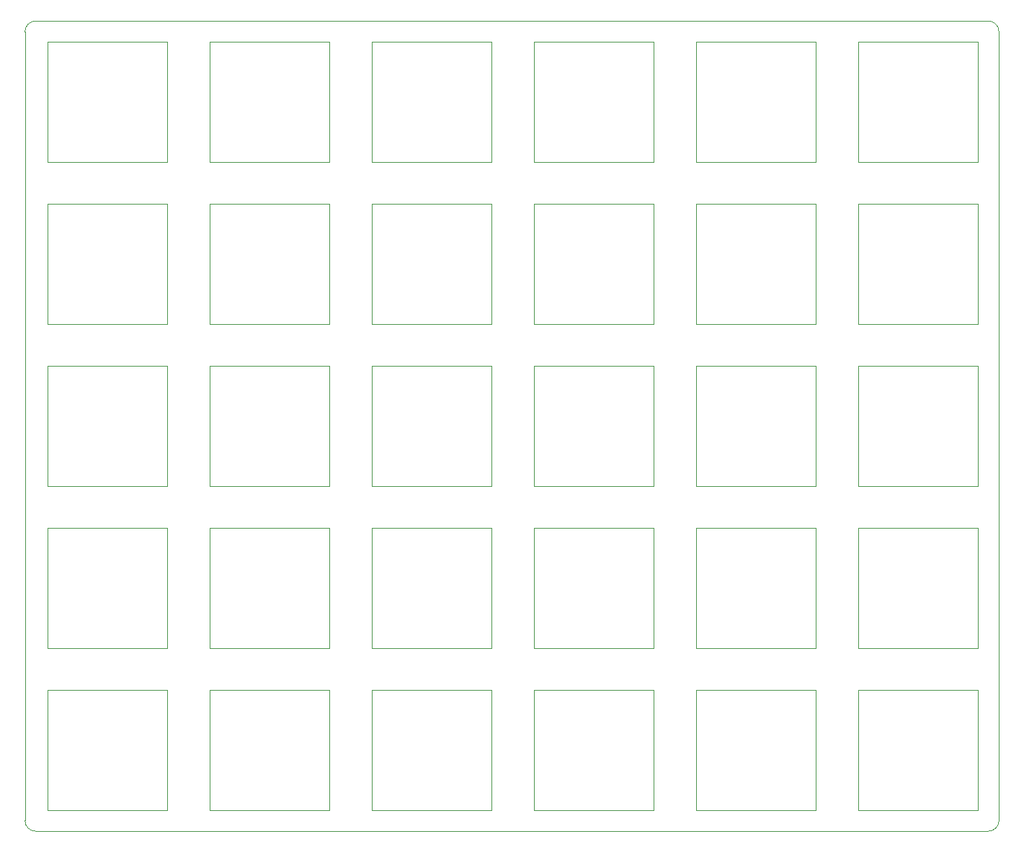
<source format=gbr>
%TF.GenerationSoftware,KiCad,Pcbnew,7.0.5*%
%TF.CreationDate,2024-09-25T00:21:03+08:00*%
%TF.ProjectId,TPS,5450532e-6b69-4636-9164-5f7063625858,rev?*%
%TF.SameCoordinates,Original*%
%TF.FileFunction,Profile,NP*%
%FSLAX46Y46*%
G04 Gerber Fmt 4.6, Leading zero omitted, Abs format (unit mm)*
G04 Created by KiCad (PCBNEW 7.0.5) date 2024-09-25 00:21:03*
%MOMM*%
%LPD*%
G01*
G04 APERTURE LIST*
%TA.AperFunction,Profile*%
%ADD10C,0.120000*%
%TD*%
G04 APERTURE END LIST*
D10*
X109650000Y-107675000D02*
X123750000Y-107675000D01*
X123750000Y-121775000D01*
X109650000Y-121775000D01*
X109650000Y-107675000D01*
X166800000Y-107675000D02*
X180900000Y-107675000D01*
X180900000Y-121775000D01*
X166800000Y-121775000D01*
X166800000Y-107675000D01*
X90600000Y-107675000D02*
X104700000Y-107675000D01*
X104700000Y-121775000D01*
X90600000Y-121775000D01*
X90600000Y-107675000D01*
X147750000Y-107675000D02*
X161850000Y-107675000D01*
X161850000Y-121775000D01*
X147750000Y-121775000D01*
X147750000Y-107675000D01*
X128700000Y-107675000D02*
X142800000Y-107675000D01*
X142800000Y-121775000D01*
X128700000Y-121775000D01*
X128700000Y-107675000D01*
X185850000Y-107675000D02*
X199950000Y-107675000D01*
X199950000Y-121775000D01*
X185850000Y-121775000D01*
X185850000Y-107675000D01*
X147750000Y-69575000D02*
X161850000Y-69575000D01*
X161850000Y-83675000D01*
X147750000Y-83675000D01*
X147750000Y-69575000D01*
X128700000Y-50525000D02*
X142800000Y-50525000D01*
X142800000Y-64625000D01*
X128700000Y-64625000D01*
X128700000Y-50525000D01*
X147750000Y-88625000D02*
X161850000Y-88625000D01*
X161850000Y-102725000D01*
X147750000Y-102725000D01*
X147750000Y-88625000D01*
X166800000Y-69575000D02*
X180900000Y-69575000D01*
X180900000Y-83675000D01*
X166800000Y-83675000D01*
X166800000Y-69575000D01*
X166800000Y-50525000D02*
X180900000Y-50525000D01*
X180900000Y-64625000D01*
X166800000Y-64625000D01*
X166800000Y-50525000D01*
X90600000Y-88625000D02*
X104700000Y-88625000D01*
X104700000Y-102725000D01*
X90600000Y-102725000D01*
X90600000Y-88625000D01*
X185850000Y-88625000D02*
X199950000Y-88625000D01*
X199950000Y-102725000D01*
X185850000Y-102725000D01*
X185850000Y-88625000D01*
X185850000Y-31475000D02*
X199950000Y-31475000D01*
X199950000Y-45575000D01*
X185850000Y-45575000D01*
X185850000Y-31475000D01*
X128700000Y-31475000D02*
X142800000Y-31475000D01*
X142800000Y-45575000D01*
X128700000Y-45575000D01*
X128700000Y-31475000D01*
X128700000Y-88625000D02*
X142800000Y-88625000D01*
X142800000Y-102725000D01*
X128700000Y-102725000D01*
X128700000Y-88625000D01*
X147750000Y-31475000D02*
X161850000Y-31475000D01*
X161850000Y-45575000D01*
X147750000Y-45575000D01*
X147750000Y-31475000D01*
X166800000Y-31475000D02*
X180900000Y-31475000D01*
X180900000Y-45575000D01*
X166800000Y-45575000D01*
X166800000Y-31475000D01*
X109650000Y-31475000D02*
X123750000Y-31475000D01*
X123750000Y-45575000D01*
X109650000Y-45575000D01*
X109650000Y-31475000D01*
X90600000Y-69575000D02*
X104700000Y-69575000D01*
X104700000Y-83675000D01*
X90600000Y-83675000D01*
X90600000Y-69575000D01*
X201155000Y-29000000D02*
X89245000Y-29000000D01*
X87975000Y-122980000D02*
G75*
G03*
X89245000Y-124250000I1270000J0D01*
G01*
X147750000Y-50525000D02*
X161850000Y-50525000D01*
X161850000Y-64625000D01*
X147750000Y-64625000D01*
X147750000Y-50525000D01*
X185850000Y-50525000D02*
X199950000Y-50525000D01*
X199950000Y-64625000D01*
X185850000Y-64625000D01*
X185850000Y-50525000D01*
X128700000Y-69575000D02*
X142800000Y-69575000D01*
X142800000Y-83675000D01*
X128700000Y-83675000D01*
X128700000Y-69575000D01*
X90600000Y-31475000D02*
X104700000Y-31475000D01*
X104700000Y-45575000D01*
X90600000Y-45575000D01*
X90600000Y-31475000D01*
X89245000Y-29000000D02*
G75*
G03*
X87975000Y-30270000I0J-1270000D01*
G01*
X202425000Y-122980000D02*
X202425000Y-30270000D01*
X201155000Y-124250000D02*
X89245000Y-124250000D01*
X87975000Y-30270000D02*
X87975000Y-122980000D01*
X201155000Y-124250000D02*
G75*
G03*
X202425000Y-122980000I0J1270000D01*
G01*
X109650000Y-50525000D02*
X123750000Y-50525000D01*
X123750000Y-64625000D01*
X109650000Y-64625000D01*
X109650000Y-50525000D01*
X166800000Y-88625000D02*
X180900000Y-88625000D01*
X180900000Y-102725000D01*
X166800000Y-102725000D01*
X166800000Y-88625000D01*
X202425000Y-30270000D02*
G75*
G03*
X201155000Y-29000000I-1270000J0D01*
G01*
X185850000Y-69575000D02*
X199950000Y-69575000D01*
X199950000Y-83675000D01*
X185850000Y-83675000D01*
X185850000Y-69575000D01*
X109650000Y-69575000D02*
X123750000Y-69575000D01*
X123750000Y-83675000D01*
X109650000Y-83675000D01*
X109650000Y-69575000D01*
X90600000Y-50525000D02*
X104700000Y-50525000D01*
X104700000Y-64625000D01*
X90600000Y-64625000D01*
X90600000Y-50525000D01*
X109650000Y-88625000D02*
X123750000Y-88625000D01*
X123750000Y-102725000D01*
X109650000Y-102725000D01*
X109650000Y-88625000D01*
M02*

</source>
